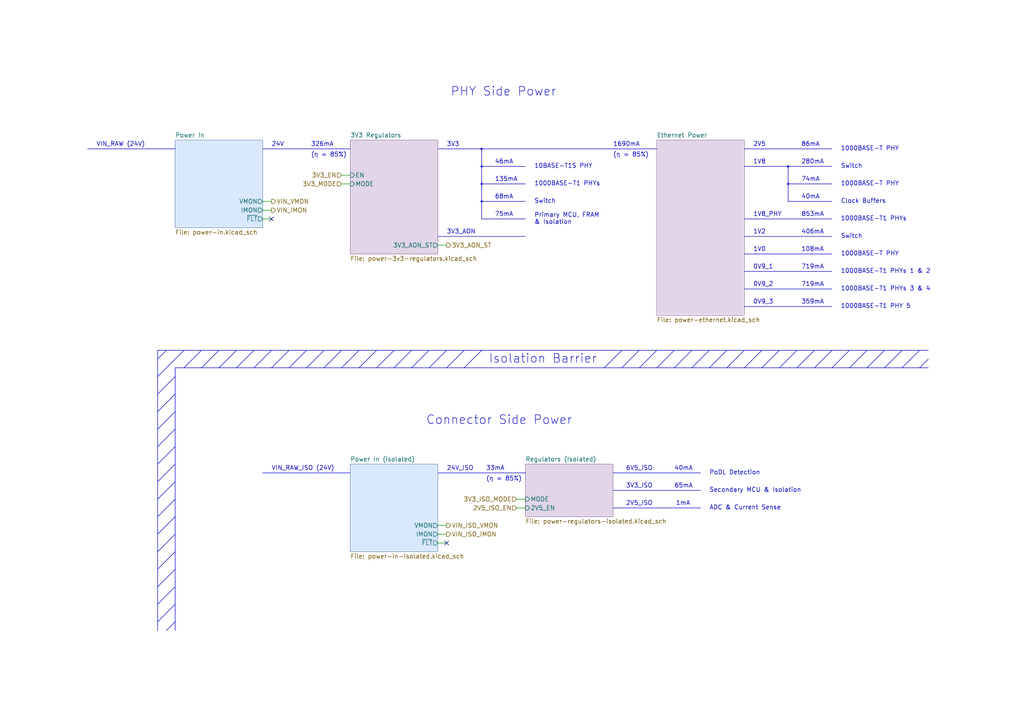
<source format=kicad_sch>
(kicad_sch
	(version 20250114)
	(generator "eeschema")
	(generator_version "9.0")
	(uuid "a5dbc0e8-35b2-4b3f-af95-8a48a572a6cf")
	(paper "A4")
	(title_block
		(title "Power")
		(comment 4 "Block diagram of the power supply scheme for both sides of the isolation barrier.")
	)
	(lib_symbols)
	(circle
		(center 228.6 53.34)
		(radius 0.254)
		(stroke
			(width 0)
			(type solid)
		)
		(fill
			(type color)
			(color 0 0 0 0)
		)
		(uuid 254e1f99-c273-4a82-bc36-0891e35c2976)
	)
	(circle
		(center 139.7 58.42)
		(radius 0.254)
		(stroke
			(width 0)
			(type solid)
		)
		(fill
			(type color)
			(color 0 0 0 0)
		)
		(uuid 37880b20-c48e-4818-ab9a-921a402915e9)
	)
	(circle
		(center 139.7 48.26)
		(radius 0.254)
		(stroke
			(width 0)
			(type solid)
		)
		(fill
			(type color)
			(color 0 0 0 0)
		)
		(uuid 5b52a593-29da-4ee1-bf26-24abdf0bb604)
	)
	(circle
		(center 139.7 53.34)
		(radius 0.254)
		(stroke
			(width 0)
			(type solid)
		)
		(fill
			(type color)
			(color 0 0 0 0)
		)
		(uuid 8476108a-e8ad-4452-bb09-23186216f4d2)
	)
	(circle
		(center 139.7 43.18)
		(radius 0.254)
		(stroke
			(width 0)
			(type solid)
		)
		(fill
			(type color)
			(color 0 0 0 0)
		)
		(uuid b3af266a-04bf-4110-9f7a-5c4ae7be3e3c)
	)
	(circle
		(center 228.6 48.26)
		(radius 0.254)
		(stroke
			(width 0)
			(type solid)
		)
		(fill
			(type color)
			(color 0 0 0 0)
		)
		(uuid c2981d2e-12c7-44cf-aa53-c2b2267aacb8)
	)
	(text "1V2"
		(exclude_from_sim no)
		(at 218.44 67.31 0)
		(effects
			(font
				(size 1.27 1.27)
			)
			(justify left)
		)
		(uuid "00a18a89-dc1a-4873-86e9-53b7fdeacf89")
	)
	(text "Primary MCU, FRAM\n& Isolation"
		(exclude_from_sim no)
		(at 154.94 63.5 0)
		(effects
			(font
				(size 1.27 1.27)
			)
			(justify left)
			(href "#8")
		)
		(uuid "00bd2731-771e-4808-bca6-a6b5147b54c5")
	)
	(text "VIN_RAW_ISO (24V)"
		(exclude_from_sim no)
		(at 78.74 135.89 0)
		(effects
			(font
				(size 1.27 1.27)
			)
			(justify left)
		)
		(uuid "03748e91-ef05-4665-a605-f63a73c1ed24")
	)
	(text "68mA"
		(exclude_from_sim no)
		(at 143.51 57.15 0)
		(effects
			(font
				(size 1.27 1.27)
			)
			(justify left)
		)
		(uuid "04c9438d-bf30-4274-8ba7-efe8beb568af")
	)
	(text "135mA"
		(exclude_from_sim no)
		(at 143.51 52.07 0)
		(effects
			(font
				(size 1.27 1.27)
			)
			(justify left)
		)
		(uuid "0960c66e-7f90-46b7-97a2-c0cb7495dbe0")
	)
	(text "VIN_RAW (24V)"
		(exclude_from_sim no)
		(at 27.94 41.91 0)
		(effects
			(font
				(size 1.27 1.27)
			)
			(justify left)
		)
		(uuid "0a7378f8-f272-4c34-894f-4f0b02d1a97e")
	)
	(text "719mA"
		(exclude_from_sim no)
		(at 232.41 77.47 0)
		(effects
			(font
				(size 1.27 1.27)
			)
			(justify left)
		)
		(uuid "0a946614-e1a6-45b4-918e-bd3d31feba34")
	)
	(text "1V0"
		(exclude_from_sim no)
		(at 218.44 72.39 0)
		(effects
			(font
				(size 1.27 1.27)
			)
			(justify left)
		)
		(uuid "0cde0227-f789-4ef3-a0af-430fa4b64183")
	)
	(text "(η = 85%)"
		(exclude_from_sim no)
		(at 140.97 139.7 0)
		(effects
			(font
				(size 1.27 1.27)
			)
			(justify left bottom)
		)
		(uuid "0dfb5673-b435-40e1-a7b0-1dd9c4f67d0a")
	)
	(text "2V5"
		(exclude_from_sim no)
		(at 218.44 41.91 0)
		(effects
			(font
				(size 1.27 1.27)
			)
			(justify left)
		)
		(uuid "0f3229f5-36aa-4f67-8a4f-0c3afd1be25c")
	)
	(text "Clock Buffers"
		(exclude_from_sim no)
		(at 243.84 58.42 0)
		(effects
			(font
				(size 1.27 1.27)
			)
			(justify left)
			(href "#12")
		)
		(uuid "10ba64cc-917e-40ae-9869-f64947bf0b43")
	)
	(text "Switch"
		(exclude_from_sim no)
		(at 154.94 58.42 0)
		(effects
			(font
				(size 1.27 1.27)
			)
			(justify left)
			(href "#9")
		)
		(uuid "1293fd66-1501-40cb-8e2d-fbb3514aefb9")
	)
	(text "40mA"
		(exclude_from_sim no)
		(at 195.58 135.89 0)
		(effects
			(font
				(size 1.27 1.27)
			)
			(justify left)
		)
		(uuid "1c6c39a2-b0b5-4d6d-a557-c480c14ba0cd")
	)
	(text "1V8"
		(exclude_from_sim no)
		(at 218.44 46.99 0)
		(effects
			(font
				(size 1.27 1.27)
			)
			(justify left)
		)
		(uuid "2231b1d6-6412-4c78-a628-fb4e8264ed57")
	)
	(text "0V9_2"
		(exclude_from_sim no)
		(at 218.44 82.55 0)
		(effects
			(font
				(size 1.27 1.27)
			)
			(justify left)
		)
		(uuid "26bd9fca-07a0-4365-bafc-9d119bf150f8")
	)
	(text "1000BASE-T PHY"
		(exclude_from_sim no)
		(at 243.84 73.66 0)
		(effects
			(font
				(size 1.27 1.27)
			)
			(justify left)
			(href "#31")
		)
		(uuid "271d0e4f-18e4-4563-a354-41a18283240e")
	)
	(text "10BASE-T1S PHY"
		(exclude_from_sim no)
		(at 154.94 48.26 0)
		(effects
			(font
				(size 1.27 1.27)
			)
			(justify left)
			(href "#16")
		)
		(uuid "2c2753d4-203e-4d2f-a031-1a15bbc48c14")
	)
	(text "3V3"
		(exclude_from_sim no)
		(at 129.54 41.91 0)
		(effects
			(font
				(size 1.27 1.27)
			)
			(justify left)
		)
		(uuid "36988b38-698f-4cd2-9b25-5bc23a22c6cd")
	)
	(text "853mA"
		(exclude_from_sim no)
		(at 232.41 62.23 0)
		(effects
			(font
				(size 1.27 1.27)
			)
			(justify left)
		)
		(uuid "377bf370-0a78-4de5-9ad2-cd1411ac7142")
	)
	(text "(η = 85%)"
		(exclude_from_sim no)
		(at 177.8 45.72 0)
		(effects
			(font
				(size 1.27 1.27)
			)
			(justify left bottom)
		)
		(uuid "387ddc8f-e1f5-402b-8d99-83aaa3ca66e4")
	)
	(text "280mA"
		(exclude_from_sim no)
		(at 232.41 46.99 0)
		(effects
			(font
				(size 1.27 1.27)
			)
			(justify left)
		)
		(uuid "3e7b7d56-b411-48b7-96ac-0404bd72ed73")
	)
	(text "24V_ISO"
		(exclude_from_sim no)
		(at 129.54 135.89 0)
		(effects
			(font
				(size 1.27 1.27)
			)
			(justify left)
		)
		(uuid "4351b5c7-bc00-45e8-84ec-5a41669a2190")
	)
	(text "33mA"
		(exclude_from_sim no)
		(at 140.97 135.89 0)
		(effects
			(font
				(size 1.27 1.27)
			)
			(justify left)
		)
		(uuid "4893daa9-492e-4043-b13e-aa705810f1cc")
	)
	(text "74mA"
		(exclude_from_sim no)
		(at 232.41 52.07 0)
		(effects
			(font
				(size 1.27 1.27)
			)
			(justify left)
		)
		(uuid "57f0d8c0-77f0-449c-af33-87b6e37be32b")
	)
	(text "1mA"
		(exclude_from_sim no)
		(at 198.12 146.05 0)
		(effects
			(font
				(size 1.27 1.27)
			)
		)
		(uuid "5c7ea2d9-be0b-45bc-bb49-a54486aeb4c5")
	)
	(text "46mA"
		(exclude_from_sim no)
		(at 143.51 46.99 0)
		(effects
			(font
				(size 1.27 1.27)
			)
			(justify left)
		)
		(uuid "5c87de94-c792-4250-aa0f-0f5b34159c4c")
	)
	(text "1000BASE-T1 PHYs"
		(exclude_from_sim no)
		(at 243.84 63.5 0)
		(effects
			(font
				(size 1.27 1.27)
			)
			(justify left)
			(href "#13")
		)
		(uuid "68d443fc-9cec-4356-9a79-2fa981a7da98")
	)
	(text "1000BASE-T1 PHYs 1 & 2"
		(exclude_from_sim no)
		(at 243.84 78.74 0)
		(effects
			(font
				(size 1.27 1.27)
			)
			(justify left)
			(href "#13")
		)
		(uuid "6c041514-db93-4fe5-a826-666ec3796d57")
	)
	(text "24V"
		(exclude_from_sim no)
		(at 78.74 41.91 0)
		(effects
			(font
				(size 1.27 1.27)
			)
			(justify left)
		)
		(uuid "6c0c026e-64b2-4621-b12d-e29a7242d78c")
	)
	(text "1000BASE-T PHY"
		(exclude_from_sim no)
		(at 243.84 53.34 0)
		(effects
			(font
				(size 1.27 1.27)
			)
			(justify left)
			(href "#11")
		)
		(uuid "6d37c54f-149d-4c8b-b600-e54ee70f325e")
	)
	(text "719mA"
		(exclude_from_sim no)
		(at 232.41 82.55 0)
		(effects
			(font
				(size 1.27 1.27)
			)
			(justify left)
		)
		(uuid "71ac4348-5ccf-4be1-8b05-e01799976d3f")
	)
	(text "Switch"
		(exclude_from_sim no)
		(at 243.84 48.26 0)
		(effects
			(font
				(size 1.27 1.27)
			)
			(justify left)
			(href "#9")
		)
		(uuid "7ef54173-860c-473b-b405-aa936d77935f")
	)
	(text "1690mA"
		(exclude_from_sim no)
		(at 177.8 41.91 0)
		(effects
			(font
				(size 1.27 1.27)
			)
			(justify left)
		)
		(uuid "863651d8-26dd-4f26-8f5e-3bbc918c145d")
	)
	(text "PHY Side Power"
		(exclude_from_sim no)
		(at 146.05 26.67 0)
		(effects
			(font
				(size 2.54 2.54)
			)
		)
		(uuid "8d8dc95c-2dfb-42cc-b8d9-e7c26a266a1d")
	)
	(text "326mA"
		(exclude_from_sim no)
		(at 90.17 41.91 0)
		(effects
			(font
				(size 1.27 1.27)
			)
			(justify left)
		)
		(uuid "929556d0-c5f8-477d-82c3-c0094f8562d8")
	)
	(text "1V8_PHY"
		(exclude_from_sim no)
		(at 218.44 62.23 0)
		(effects
			(font
				(size 1.27 1.27)
			)
			(justify left)
		)
		(uuid "9d6fefa1-0baf-4730-b504-a88d51ad3013")
	)
	(text "1000BASE-T1 PHY 5"
		(exclude_from_sim no)
		(at 243.84 88.9 0)
		(effects
			(font
				(size 1.27 1.27)
			)
			(justify left)
			(href "#13")
		)
		(uuid "a1785b9f-8505-4ee2-ac3a-80e077a867d9")
	)
	(text "(η = 85%)"
		(exclude_from_sim no)
		(at 90.17 45.72 0)
		(effects
			(font
				(size 1.27 1.27)
			)
			(justify left bottom)
		)
		(uuid "a3196fa5-8deb-4370-876c-8b41b2d12b2e")
	)
	(text "6V5_ISO"
		(exclude_from_sim no)
		(at 185.42 135.89 0)
		(effects
			(font
				(size 1.27 1.27)
			)
		)
		(uuid "a69d193f-4569-44c5-9924-83cafb527415")
	)
	(text "359mA"
		(exclude_from_sim no)
		(at 232.41 87.63 0)
		(effects
			(font
				(size 1.27 1.27)
			)
			(justify left)
		)
		(uuid "ac90c949-8242-48f4-91d4-31c5b6a8a803")
	)
	(text "Isolation Barrier"
		(exclude_from_sim no)
		(at 157.48 104.14 0)
		(effects
			(font
				(size 2.54 2.54)
			)
		)
		(uuid "ad9458a2-f174-4c97-a10d-6406407f37d8")
	)
	(text "1000BASE-T PHY"
		(exclude_from_sim no)
		(at 243.84 43.18 0)
		(effects
			(font
				(size 1.27 1.27)
			)
			(justify left)
			(href "#31")
		)
		(uuid "b2ee89c3-ab60-4242-a4f2-4f3daf01cd15")
	)
	(text "PoDL Detection"
		(exclude_from_sim no)
		(at 205.74 137.16 0)
		(effects
			(font
				(size 1.27 1.27)
			)
			(justify left)
			(href "#22")
		)
		(uuid "b6139e4d-642c-4766-b949-00e659c24e47")
	)
	(text "2V5_ISO"
		(exclude_from_sim no)
		(at 185.42 146.05 0)
		(effects
			(font
				(size 1.27 1.27)
			)
		)
		(uuid "b77a8213-dd74-4e58-a2b8-3ad5e5f93f83")
	)
	(text "Switch"
		(exclude_from_sim no)
		(at 243.84 68.58 0)
		(effects
			(font
				(size 1.27 1.27)
			)
			(justify left)
			(href "#9")
		)
		(uuid "b848f3fd-759b-4793-b3e5-d037f3d658a5")
	)
	(text "Connector Side Power"
		(exclude_from_sim no)
		(at 144.78 121.92 0)
		(effects
			(font
				(size 2.54 2.54)
			)
		)
		(uuid "b8bb745e-ead6-4b99-8efd-a206101f264b")
	)
	(text "1000BASE-T1 PHYs"
		(exclude_from_sim no)
		(at 154.94 53.34 0)
		(effects
			(font
				(size 1.27 1.27)
			)
			(justify left)
			(href "#13")
		)
		(uuid "ba08ee6f-06b5-430a-aba9-a37545545abe")
	)
	(text "406mA"
		(exclude_from_sim no)
		(at 232.41 67.31 0)
		(effects
			(font
				(size 1.27 1.27)
			)
			(justify left)
		)
		(uuid "befd126d-fe4d-4689-a38b-2dbcaeff9344")
	)
	(text "75mA"
		(exclude_from_sim no)
		(at 143.51 62.23 0)
		(effects
			(font
				(size 1.27 1.27)
			)
			(justify left)
		)
		(uuid "c898b654-2cbc-4e5d-a2e9-9691c0f8b358")
	)
	(text "Secondary MCU & Isolation"
		(exclude_from_sim no)
		(at 205.74 142.24 0)
		(effects
			(font
				(size 1.27 1.27)
			)
			(justify left)
			(href "#26")
		)
		(uuid "c8fb48c0-cb71-4485-ab49-f8204f91da2f")
	)
	(text "65mA"
		(exclude_from_sim no)
		(at 195.58 140.97 0)
		(effects
			(font
				(size 1.27 1.27)
			)
			(justify left)
		)
		(uuid "cf5056ee-cb59-491d-aab6-dea17adb345b")
	)
	(text "ADC & Current Sense"
		(exclude_from_sim no)
		(at 205.74 147.32 0)
		(effects
			(font
				(size 1.27 1.27)
			)
			(justify left)
			(href "#26")
		)
		(uuid "d269f3ad-1906-443b-9f59-d004d12713f5")
	)
	(text "3V3_AON"
		(exclude_from_sim no)
		(at 129.54 67.31 0)
		(effects
			(font
				(size 1.27 1.27)
			)
			(justify left)
		)
		(uuid "d2fd49bc-07d8-43f5-b487-d5e43e82b373")
	)
	(text "40mA"
		(exclude_from_sim no)
		(at 232.41 57.15 0)
		(effects
			(font
				(size 1.27 1.27)
			)
			(justify left)
		)
		(uuid "dc60b5d7-b337-456b-a378-5c26c23fbf5f")
	)
	(text "108mA"
		(exclude_from_sim no)
		(at 232.41 72.39 0)
		(effects
			(font
				(size 1.27 1.27)
			)
			(justify left)
		)
		(uuid "dcbb6680-3b2c-4e55-9068-5df4ec570fcd")
	)
	(text "0V9_1"
		(exclude_from_sim no)
		(at 218.44 77.47 0)
		(effects
			(font
				(size 1.27 1.27)
			)
			(justify left)
		)
		(uuid "e23412ba-cd59-4fe4-9881-f70355393fee")
	)
	(text "1000BASE-T1 PHYs 3 & 4"
		(exclude_from_sim no)
		(at 243.84 83.82 0)
		(effects
			(font
				(size 1.27 1.27)
			)
			(justify left)
			(href "#13")
		)
		(uuid "e3b8f42c-a686-49b3-855b-2987b24df40a")
	)
	(text "86mA"
		(exclude_from_sim no)
		(at 232.41 41.91 0)
		(effects
			(font
				(size 1.27 1.27)
			)
			(justify left)
		)
		(uuid "f3e9df84-d7f9-4844-8ede-63a01e185fa3")
	)
	(text "0V9_3"
		(exclude_from_sim no)
		(at 218.44 87.63 0)
		(effects
			(font
				(size 1.27 1.27)
			)
			(justify left)
		)
		(uuid "f7501f20-7ad3-414f-91f2-71540f1a6716")
	)
	(text "3V3_ISO"
		(exclude_from_sim no)
		(at 185.42 140.97 0)
		(effects
			(font
				(size 1.27 1.27)
			)
		)
		(uuid "f9b14070-8fb5-46e4-ae82-cfcd82d0980d")
	)
	(no_connect
		(at 78.74 63.5)
		(uuid "186746c4-9408-44c1-b8da-207fb0e30b38")
	)
	(no_connect
		(at 129.54 157.48)
		(uuid "d413de82-e2f4-4fdb-a022-6ce2c801cdc8")
	)
	(wire
		(pts
			(xy 76.2 60.96) (xy 78.74 60.96)
		)
		(stroke
			(width 0)
			(type default)
		)
		(uuid "030a7c8b-3547-4452-af7a-50d84f42dda2")
	)
	(polyline
		(pts
			(xy 220.98 106.68) (xy 226.06 101.6)
		)
		(stroke
			(width 0)
			(type default)
		)
		(uuid "03f3e5b9-a809-467f-b290-d558e687c35e")
	)
	(polyline
		(pts
			(xy 269.24 106.68) (xy 50.8 106.68)
		)
		(stroke
			(width 0)
			(type default)
		)
		(uuid "0877cab2-3923-4d0e-b856-bb05b38e1026")
	)
	(polyline
		(pts
			(xy 50.8 106.68) (xy 50.8 182.88)
		)
		(stroke
			(width 0)
			(type default)
		)
		(uuid "0b41d8fd-c6fc-4ff9-92c7-06b284c8f25b")
	)
	(polyline
		(pts
			(xy 269.24 101.6) (xy 45.72 101.6)
		)
		(stroke
			(width 0)
			(type default)
		)
		(uuid "0d39160c-ed6d-4223-b2ed-9e9aac28feba")
	)
	(polyline
		(pts
			(xy 177.8 137.16) (xy 203.2 137.16)
		)
		(stroke
			(width 0)
			(type default)
		)
		(uuid "0eb798c2-0993-403b-96c2-efa5522aa4c4")
	)
	(polyline
		(pts
			(xy 228.6 58.42) (xy 241.3 58.42)
		)
		(stroke
			(width 0)
			(type default)
		)
		(uuid "11a1d2b4-5097-466b-8fff-acf7655467d6")
	)
	(polyline
		(pts
			(xy 76.2 43.18) (xy 101.6 43.18)
		)
		(stroke
			(width 0)
			(type default)
		)
		(uuid "1872a503-2ff7-45b0-9e01-a8fc2221d580")
	)
	(polyline
		(pts
			(xy 45.72 180.34) (xy 50.8 175.26)
		)
		(stroke
			(width 0)
			(type default)
		)
		(uuid "1ee65675-e29a-4756-aa72-63bc62b9f461")
	)
	(polyline
		(pts
			(xy 25.4 43.18) (xy 50.8 43.18)
		)
		(stroke
			(width 0)
			(type default)
		)
		(uuid "2112e838-dd79-4f5f-8a17-3f81f1a434c0")
	)
	(polyline
		(pts
			(xy 63.5 106.68) (xy 68.58 101.6)
		)
		(stroke
			(width 0)
			(type default)
		)
		(uuid "219f6f81-3017-4a51-8fc6-3b592dc18e81")
	)
	(polyline
		(pts
			(xy 104.14 106.68) (xy 109.22 101.6)
		)
		(stroke
			(width 0)
			(type default)
		)
		(uuid "21c0dec3-7369-4578-bcab-c639977e0ca5")
	)
	(polyline
		(pts
			(xy 45.72 170.18) (xy 50.8 165.1)
		)
		(stroke
			(width 0)
			(type default)
		)
		(uuid "2409f6a1-38ed-4e2a-9eb4-97147aa1fa18")
	)
	(polyline
		(pts
			(xy 45.72 149.86) (xy 50.8 144.78)
		)
		(stroke
			(width 0)
			(type default)
		)
		(uuid "2485c348-b493-45dd-83b2-78bca532aa24")
	)
	(polyline
		(pts
			(xy 139.7 53.34) (xy 139.7 58.42)
		)
		(stroke
			(width 0)
			(type default)
		)
		(uuid "2665d11a-1899-47ec-bf6a-9a41b58870b5")
	)
	(polyline
		(pts
			(xy 68.58 106.68) (xy 73.66 101.6)
		)
		(stroke
			(width 0)
			(type default)
		)
		(uuid "27a0cb94-2615-4485-bb53-1b75b08f6cb3")
	)
	(polyline
		(pts
			(xy 139.7 48.26) (xy 139.7 53.34)
		)
		(stroke
			(width 0)
			(type default)
		)
		(uuid "2c797bb9-b397-450a-bb4c-985396e09dfb")
	)
	(polyline
		(pts
			(xy 45.72 124.46) (xy 50.8 119.38)
		)
		(stroke
			(width 0)
			(type default)
		)
		(uuid "308533b8-afd7-432b-96ee-af3a8472a6f8")
	)
	(wire
		(pts
			(xy 99.06 50.8) (xy 101.6 50.8)
		)
		(stroke
			(width 0)
			(type default)
		)
		(uuid "3093ead3-7f59-4a03-8e0f-20eefbc1119c")
	)
	(polyline
		(pts
			(xy 236.22 106.68) (xy 241.3 101.6)
		)
		(stroke
			(width 0)
			(type default)
		)
		(uuid "348878df-cbda-4e0b-ae73-2e9644eb4f43")
	)
	(polyline
		(pts
			(xy 205.74 106.68) (xy 210.82 101.6)
		)
		(stroke
			(width 0)
			(type default)
		)
		(uuid "3d809996-9c23-4f31-a3a9-43fbfc67b308")
	)
	(polyline
		(pts
			(xy 215.9 83.82) (xy 241.3 83.82)
		)
		(stroke
			(width 0)
			(type default)
		)
		(uuid "3fc015a1-91a3-4207-9898-e90c229d9bab")
	)
	(polyline
		(pts
			(xy 48.26 182.88) (xy 50.8 180.34)
		)
		(stroke
			(width 0)
			(type default)
		)
		(uuid "40580ace-e26e-47a4-9290-f764767a741e")
	)
	(polyline
		(pts
			(xy 226.06 106.68) (xy 231.14 101.6)
		)
		(stroke
			(width 0)
			(type default)
		)
		(uuid "411a84d3-1981-419e-8ea1-7e93c23cfd93")
	)
	(polyline
		(pts
			(xy 73.66 106.68) (xy 78.74 101.6)
		)
		(stroke
			(width 0)
			(type default)
		)
		(uuid "416dcb12-9449-4042-8ff0-41e7f4296598")
	)
	(polyline
		(pts
			(xy 228.6 53.34) (xy 241.3 53.34)
		)
		(stroke
			(width 0)
			(type default)
		)
		(uuid "43b76f4d-9525-42b9-bac4-7adde44f20b7")
	)
	(polyline
		(pts
			(xy 215.9 63.5) (xy 241.3 63.5)
		)
		(stroke
			(width 0)
			(type default)
		)
		(uuid "483f6727-6f39-4998-84b6-74d58c1018f0")
	)
	(polyline
		(pts
			(xy 88.9 106.68) (xy 93.98 101.6)
		)
		(stroke
			(width 0)
			(type default)
		)
		(uuid "49daf64b-5853-4c45-9ebf-9d7b3c67cf07")
	)
	(polyline
		(pts
			(xy 210.82 106.68) (xy 215.9 101.6)
		)
		(stroke
			(width 0)
			(type default)
		)
		(uuid "4a71b9ae-f07d-498b-9f4a-19e69b8a879f")
	)
	(polyline
		(pts
			(xy 99.06 106.68) (xy 104.14 101.6)
		)
		(stroke
			(width 0)
			(type default)
		)
		(uuid "4d32b827-d5ce-431b-8747-e66ec276e282")
	)
	(polyline
		(pts
			(xy 266.7 106.68) (xy 269.24 104.14)
		)
		(stroke
			(width 0)
			(type default)
		)
		(uuid "4fbf8c6e-0370-4f30-98ed-b3a17338159a")
	)
	(polyline
		(pts
			(xy 177.8 142.24) (xy 203.2 142.24)
		)
		(stroke
			(width 0)
			(type default)
		)
		(uuid "54e87a2e-c484-43e8-a5ec-6f9ea8ef6eb9")
	)
	(polyline
		(pts
			(xy 261.62 106.68) (xy 266.7 101.6)
		)
		(stroke
			(width 0)
			(type default)
		)
		(uuid "55876755-9a1f-4124-b43c-2fa85f7c2c15")
	)
	(polyline
		(pts
			(xy 45.72 165.1) (xy 50.8 160.02)
		)
		(stroke
			(width 0)
			(type default)
		)
		(uuid "5814aeeb-31a4-4f09-835f-5d0147ed698a")
	)
	(polyline
		(pts
			(xy 200.66 106.68) (xy 205.74 101.6)
		)
		(stroke
			(width 0)
			(type default)
		)
		(uuid "585cb940-52e5-4003-916a-c6d693323321")
	)
	(polyline
		(pts
			(xy 246.38 106.68) (xy 251.46 101.6)
		)
		(stroke
			(width 0)
			(type default)
		)
		(uuid "5e1d165a-529c-4863-a7fb-007fd02f8e89")
	)
	(polyline
		(pts
			(xy 175.26 106.68) (xy 180.34 101.6)
		)
		(stroke
			(width 0)
			(type default)
		)
		(uuid "5f987fc4-eb28-4b7e-b039-efee33d8d1f8")
	)
	(polyline
		(pts
			(xy 45.72 160.02) (xy 50.8 154.94)
		)
		(stroke
			(width 0)
			(type default)
		)
		(uuid "60d667da-e60c-446c-b48d-488eb3938b00")
	)
	(polyline
		(pts
			(xy 215.9 43.18) (xy 241.3 43.18)
		)
		(stroke
			(width 0)
			(type default)
		)
		(uuid "61fa7bd3-b671-4fac-9333-028d6ecbca2e")
	)
	(polyline
		(pts
			(xy 119.38 106.68) (xy 124.46 101.6)
		)
		(stroke
			(width 0)
			(type default)
		)
		(uuid "62691fe4-7253-4525-80f0-ff829338e995")
	)
	(wire
		(pts
			(xy 127 71.12) (xy 129.54 71.12)
		)
		(stroke
			(width 0)
			(type default)
		)
		(uuid "656e36d7-b77d-4613-85cc-c4846f8fb148")
	)
	(polyline
		(pts
			(xy 139.7 48.26) (xy 152.4 48.26)
		)
		(stroke
			(width 0)
			(type default)
		)
		(uuid "67dc7bce-fee6-404e-b4ca-e6c2770c23e8")
	)
	(polyline
		(pts
			(xy 45.72 109.22) (xy 53.34 101.6)
		)
		(stroke
			(width 0)
			(type default)
		)
		(uuid "6deb975b-d828-48f6-8c4e-25b15868f040")
	)
	(polyline
		(pts
			(xy 215.9 88.9) (xy 241.3 88.9)
		)
		(stroke
			(width 0)
			(type default)
		)
		(uuid "6e483aed-6c55-489b-a349-c5576331ef65")
	)
	(polyline
		(pts
			(xy 231.14 106.68) (xy 236.22 101.6)
		)
		(stroke
			(width 0)
			(type default)
		)
		(uuid "71de97b1-a3b8-4ba6-9ca8-8bbd153554b1")
	)
	(polyline
		(pts
			(xy 58.42 106.68) (xy 63.5 101.6)
		)
		(stroke
			(width 0)
			(type default)
		)
		(uuid "749e697f-c0f8-43fc-ac6f-25b869b8a719")
	)
	(polyline
		(pts
			(xy 124.46 106.68) (xy 129.54 101.6)
		)
		(stroke
			(width 0)
			(type default)
		)
		(uuid "7d0ad5f9-5593-4213-9fa0-1809811545fc")
	)
	(polyline
		(pts
			(xy 53.34 106.68) (xy 58.42 101.6)
		)
		(stroke
			(width 0)
			(type default)
		)
		(uuid "7d4b879c-21de-4427-b759-54dc2b489270")
	)
	(polyline
		(pts
			(xy 78.74 106.68) (xy 83.82 101.6)
		)
		(stroke
			(width 0)
			(type default)
		)
		(uuid "7e39c795-2056-4c9d-ae1b-84f0d08ebcf6")
	)
	(polyline
		(pts
			(xy 129.54 106.68) (xy 134.62 101.6)
		)
		(stroke
			(width 0)
			(type default)
		)
		(uuid "81906d00-5d6b-4e5b-b013-86c7df48ccb6")
	)
	(polyline
		(pts
			(xy 93.98 106.68) (xy 99.06 101.6)
		)
		(stroke
			(width 0)
			(type default)
		)
		(uuid "8204adaa-cff4-46dd-bef3-51d443068ebb")
	)
	(polyline
		(pts
			(xy 45.72 114.3) (xy 50.8 109.22)
		)
		(stroke
			(width 0)
			(type default)
		)
		(uuid "82df3259-74b3-49e2-bae8-4a87f51149ad")
	)
	(polyline
		(pts
			(xy 139.7 43.18) (xy 139.7 48.26)
		)
		(stroke
			(width 0)
			(type default)
		)
		(uuid "849f040e-1d94-4117-94bb-5b7e44b1c6e7")
	)
	(polyline
		(pts
			(xy 190.5 106.68) (xy 195.58 101.6)
		)
		(stroke
			(width 0)
			(type default)
		)
		(uuid "8739b2d9-f6ef-4343-b06b-e9ff35639def")
	)
	(polyline
		(pts
			(xy 45.72 129.54) (xy 50.8 124.46)
		)
		(stroke
			(width 0)
			(type default)
		)
		(uuid "8ae53022-9367-4a6c-a63b-c1a0227bdadf")
	)
	(polyline
		(pts
			(xy 114.3 106.68) (xy 119.38 101.6)
		)
		(stroke
			(width 0)
			(type default)
		)
		(uuid "8e3d22f0-3745-4fa0-ab26-409f17d7e0fe")
	)
	(polyline
		(pts
			(xy 45.72 154.94) (xy 50.8 149.86)
		)
		(stroke
			(width 0)
			(type default)
		)
		(uuid "929e530d-5f07-4f5e-addb-2ca1a3573c60")
	)
	(polyline
		(pts
			(xy 127 43.18) (xy 190.5 43.18)
		)
		(stroke
			(width 0)
			(type default)
		)
		(uuid "9328c094-517d-4eb4-b5c3-ec1fa3967622")
	)
	(polyline
		(pts
			(xy 45.72 175.26) (xy 50.8 170.18)
		)
		(stroke
			(width 0)
			(type default)
		)
		(uuid "936cd0b8-9088-48d8-b5e7-92f1b6841de4")
	)
	(polyline
		(pts
			(xy 83.82 106.68) (xy 88.9 101.6)
		)
		(stroke
			(width 0)
			(type default)
		)
		(uuid "93cc3fc7-a1e0-47d2-aa62-510e35ff038d")
	)
	(polyline
		(pts
			(xy 139.7 58.42) (xy 152.4 58.42)
		)
		(stroke
			(width 0)
			(type default)
		)
		(uuid "97fb6c68-564f-42f0-9f82-929bf342fd43")
	)
	(wire
		(pts
			(xy 76.2 58.42) (xy 78.74 58.42)
		)
		(stroke
			(width 0)
			(type default)
		)
		(uuid "9f6b6b3e-36d0-4c4a-94d2-5d6746c6c9c7")
	)
	(polyline
		(pts
			(xy 139.7 53.34) (xy 152.4 53.34)
		)
		(stroke
			(width 0)
			(type default)
		)
		(uuid "a2761885-5587-4e3e-b830-6458c486797f")
	)
	(polyline
		(pts
			(xy 127 68.58) (xy 152.4 68.58)
		)
		(stroke
			(width 0)
			(type default)
		)
		(uuid "a9b564da-9cee-43e1-a37e-4bd96b755fe7")
	)
	(polyline
		(pts
			(xy 45.72 139.7) (xy 50.8 134.62)
		)
		(stroke
			(width 0)
			(type default)
		)
		(uuid "ac9f4ee0-8228-4824-aedf-a0ee9d80671f")
	)
	(wire
		(pts
			(xy 99.06 53.34) (xy 101.6 53.34)
		)
		(stroke
			(width 0)
			(type default)
		)
		(uuid "af31646d-0e1b-4236-9ae0-19b04354cdda")
	)
	(polyline
		(pts
			(xy 215.9 73.66) (xy 241.3 73.66)
		)
		(stroke
			(width 0)
			(type default)
		)
		(uuid "af515b8d-865a-499a-b02e-8bbe1704be63")
	)
	(polyline
		(pts
			(xy 76.2 137.16) (xy 101.6 137.16)
		)
		(stroke
			(width 0)
			(type default)
		)
		(uuid "b604a23d-43a7-4286-89e8-aa6b7c09e130")
	)
	(wire
		(pts
			(xy 127 152.4) (xy 129.54 152.4)
		)
		(stroke
			(width 0)
			(type default)
		)
		(uuid "bf77499f-e4ea-46bb-85a6-6ae3a49fa42b")
	)
	(polyline
		(pts
			(xy 228.6 48.26) (xy 228.6 53.34)
		)
		(stroke
			(width 0)
			(type default)
		)
		(uuid "c4ee999f-019f-4fa8-991e-75a7c2586b44")
	)
	(polyline
		(pts
			(xy 241.3 106.68) (xy 246.38 101.6)
		)
		(stroke
			(width 0)
			(type default)
		)
		(uuid "c93bf615-e2f5-4ffd-8cb3-6514f1772d3a")
	)
	(polyline
		(pts
			(xy 45.72 101.6) (xy 45.72 182.88)
		)
		(stroke
			(width 0)
			(type default)
		)
		(uuid "ccc0936f-a104-4e66-baf0-06b3792c2954")
	)
	(polyline
		(pts
			(xy 177.8 147.32) (xy 203.2 147.32)
		)
		(stroke
			(width 0)
			(type default)
		)
		(uuid "cd7b557e-3b62-4e3e-8492-9fb03dd536aa")
	)
	(polyline
		(pts
			(xy 215.9 78.74) (xy 241.3 78.74)
		)
		(stroke
			(width 0)
			(type default)
		)
		(uuid "d3e44fa0-0d34-4400-b106-0d8aad591e8a")
	)
	(polyline
		(pts
			(xy 127 137.16) (xy 152.4 137.16)
		)
		(stroke
			(width 0)
			(type default)
		)
		(uuid "d5cd3c62-74f7-4a68-a54d-bee9c5df4a70")
	)
	(polyline
		(pts
			(xy 45.72 104.14) (xy 48.26 101.6)
		)
		(stroke
			(width 0)
			(type default)
		)
		(uuid "da5a174b-ae44-4038-9cfa-6c1f5ff36a4c")
	)
	(polyline
		(pts
			(xy 109.22 106.68) (xy 114.3 101.6)
		)
		(stroke
			(width 0)
			(type default)
		)
		(uuid "de062d1b-f3a2-4a39-8fa9-cd7723bec6c4")
	)
	(polyline
		(pts
			(xy 134.62 106.68) (xy 139.7 101.6)
		)
		(stroke
			(width 0)
			(type default)
		)
		(uuid "e0867f68-298c-4208-ad0a-ada57cdcfb1d")
	)
	(polyline
		(pts
			(xy 45.72 144.78) (xy 50.8 139.7)
		)
		(stroke
			(width 0)
			(type default)
		)
		(uuid "e0cf82c3-6553-4b94-b5b5-a5cbc246b66f")
	)
	(polyline
		(pts
			(xy 185.42 106.68) (xy 190.5 101.6)
		)
		(stroke
			(width 0)
			(type default)
		)
		(uuid "e1483958-6fdf-4119-a889-48095a32259c")
	)
	(polyline
		(pts
			(xy 215.9 68.58) (xy 241.3 68.58)
		)
		(stroke
			(width 0)
			(type default)
		)
		(uuid "e2159e0e-88e5-4d75-950c-ca8e81fbf285")
	)
	(polyline
		(pts
			(xy 215.9 106.68) (xy 220.98 101.6)
		)
		(stroke
			(width 0)
			(type default)
		)
		(uuid "e5a8ae35-43cf-4938-a2fe-b6609ed6021e")
	)
	(polyline
		(pts
			(xy 228.6 53.34) (xy 228.6 58.42)
		)
		(stroke
			(width 0)
			(type default)
		)
		(uuid "e76cdf2e-d149-4bea-96fb-4c207a6037d3")
	)
	(wire
		(pts
			(xy 149.86 147.32) (xy 152.4 147.32)
		)
		(stroke
			(width 0)
			(type default)
		)
		(uuid "e7b53dc6-ca3f-4062-af6b-e4d88ad6995e")
	)
	(polyline
		(pts
			(xy 139.7 63.5) (xy 152.4 63.5)
		)
		(stroke
			(width 0)
			(type default)
		)
		(uuid "edd1f13c-ad37-4c06-9807-a16987b98447")
	)
	(polyline
		(pts
			(xy 45.72 119.38) (xy 50.8 114.3)
		)
		(stroke
			(width 0)
			(type default)
		)
		(uuid "eefa8a37-de93-4113-a4b3-99f7ad0601d4")
	)
	(polyline
		(pts
			(xy 215.9 48.26) (xy 241.3 48.26)
		)
		(stroke
			(width 0)
			(type default)
		)
		(uuid "ef2ff5ef-2061-4faf-bfd1-82e179f79b0a")
	)
	(polyline
		(pts
			(xy 256.54 106.68) (xy 261.62 101.6)
		)
		(stroke
			(width 0)
			(type default)
		)
		(uuid "f0205447-a9a9-4da9-ab37-3d4efe27a08a")
	)
	(polyline
		(pts
			(xy 139.7 58.42) (xy 139.7 63.5)
		)
		(stroke
			(width 0)
			(type default)
		)
		(uuid "f25952b4-0e0f-41ae-844a-2bcf056bf6be")
	)
	(polyline
		(pts
			(xy 45.72 134.62) (xy 50.8 129.54)
		)
		(stroke
			(width 0)
			(type default)
		)
		(uuid "f269fd56-e15f-482b-ba07-030a31680329")
	)
	(polyline
		(pts
			(xy 251.46 106.68) (xy 256.54 101.6)
		)
		(stroke
			(width 0)
			(type default)
		)
		(uuid "f296aabc-211c-40e0-ada6-e90fb2bdb0c8")
	)
	(wire
		(pts
			(xy 76.2 63.5) (xy 78.74 63.5)
		)
		(stroke
			(width 0)
			(type default)
		)
		(uuid "f49b3848-0d1a-4d20-b847-5af5b515b73e")
	)
	(wire
		(pts
			(xy 149.86 144.78) (xy 152.4 144.78)
		)
		(stroke
			(width 0)
			(type default)
		)
		(uuid "f4ca9a4c-0530-4adb-a45f-56a1eb515194")
	)
	(polyline
		(pts
			(xy 180.34 106.68) (xy 185.42 101.6)
		)
		(stroke
			(width 0)
			(type default)
		)
		(uuid "f5a91e3f-77ec-49b5-a40d-36e13729b986")
	)
	(wire
		(pts
			(xy 127 154.94) (xy 129.54 154.94)
		)
		(stroke
			(width 0)
			(type default)
		)
		(uuid "f641ea67-c6c5-42e1-ae29-923c7bab1a04")
	)
	(polyline
		(pts
			(xy 195.58 106.68) (xy 200.66 101.6)
		)
		(stroke
			(width 0)
			(type default)
		)
		(uuid "f80df0db-0acf-4543-9b3b-f565026642ee")
	)
	(wire
		(pts
			(xy 127 157.48) (xy 129.54 157.48)
		)
		(stroke
			(width 0)
			(type default)
		)
		(uuid "ffe1417e-276c-47f6-983e-0652eb05cf29")
	)
	(hierarchical_label "VIN_VMON"
		(shape output)
		(at 78.74 58.42 0)
		(effects
			(font
				(size 1.27 1.27)
			)
			(justify left)
		)
		(uuid "138783f8-e140-4bc6-a5b6-eb91cc80aa03")
	)
	(hierarchical_label "3V3_MODE"
		(shape input)
		(at 99.06 53.34 180)
		(effects
			(font
				(size 1.27 1.27)
			)
			(justify right)
		)
		(uuid "234767c8-d3de-414d-93fe-8e08432cf1e6")
	)
	(hierarchical_label "2V5_ISO_EN"
		(shape input)
		(at 149.86 147.32 180)
		(effects
			(font
				(size 1.27 1.27)
			)
			(justify right)
		)
		(uuid "4d2a071c-329c-4ce0-bf0f-026d3abd350f")
	)
	(hierarchical_label "3V3_AON_ST"
		(shape output)
		(at 129.54 71.12 0)
		(effects
			(font
				(size 1.27 1.27)
			)
			(justify left)
		)
		(uuid "7299112a-ded8-4bab-a776-c01aef4a8a61")
	)
	(hierarchical_label "VIN_ISO_VMON"
		(shape output)
		(at 129.54 152.4 0)
		(effects
			(font
				(size 1.27 1.27)
			)
			(justify left)
		)
		(uuid "7ff41782-3133-41f7-a2c8-9e0002da28bb")
	)
	(hierarchical_label "VIN_ISO_IMON"
		(shape output)
		(at 129.54 154.94 0)
		(effects
			(font
				(size 1.27 1.27)
			)
			(justify left)
		)
		(uuid "a0a28575-7ed5-488c-a86f-f802bd286196")
	)
	(hierarchical_label "3V3_ISO_MODE"
		(shape input)
		(at 149.86 144.78 180)
		(effects
			(font
				(size 1.27 1.27)
			)
			(justify right)
		)
		(uuid "a5bdf924-e950-4478-b2e5-415967715a64")
	)
	(hierarchical_label "3V3_EN"
		(shape input)
		(at 99.06 50.8 180)
		(effects
			(font
				(size 1.27 1.27)
			)
			(justify right)
		)
		(uuid "eb3ad9e7-7f06-4097-8c7a-21b855ebeb99")
	)
	(hierarchical_label "VIN_IMON"
		(shape output)
		(at 78.74 60.96 0)
		(effects
			(font
				(size 1.27 1.27)
			)
			(justify left)
		)
		(uuid "fa8e8374-abb9-4b2b-9316-128d7c943f9f")
	)
	(sheet
		(at 152.4 134.62)
		(size 25.4 15.24)
		(exclude_from_sim no)
		(in_bom yes)
		(on_board yes)
		(dnp no)
		(fields_autoplaced yes)
		(stroke
			(width 0.1524)
			(type solid)
			(color 150 115 166 1)
		)
		(fill
			(color 225 213 231 1.0000)
		)
		(uuid "24f4c79d-cdce-4a41-912b-1523d0b9fc64")
		(property "Sheetname" "Regulators (Isolated)"
			(at 152.4 133.9084 0)
			(effects
				(font
					(size 1.27 1.27)
				)
				(justify left bottom)
			)
		)
		(property "Sheetfile" "power-regulators-isolated.kicad_sch"
			(at 152.4 150.4446 0)
			(effects
				(font
					(size 1.27 1.27)
				)
				(justify left top)
			)
		)
		(pin "2V5_EN" input
			(at 152.4 147.32 180)
			(uuid "f0448d0c-6665-4304-95c9-b186017c98cb")
			(effects
				(font
					(size 1.27 1.27)
				)
				(justify left)
			)
		)
		(pin "MODE" input
			(at 152.4 144.78 180)
			(uuid "02a2b4be-af24-42bc-af9a-95426b34b23d")
			(effects
				(font
					(size 1.27 1.27)
				)
				(justify left)
			)
		)
		(instances
			(project "switch_main_v5"
				(path "/a5e57332-4284-4d3c-ab3c-13bc0ddb29b6/b1ff42f5-7cae-489e-9f8e-588cc93f3151"
					(page "7")
				)
			)
		)
	)
	(sheet
		(at 101.6 40.64)
		(size 25.4 33.02)
		(exclude_from_sim no)
		(in_bom yes)
		(on_board yes)
		(dnp no)
		(fields_autoplaced yes)
		(stroke
			(width 0.1524)
			(type solid)
			(color 150 115 166 1)
		)
		(fill
			(color 225 213 231 1.0000)
		)
		(uuid "3215d643-ce31-476b-aa01-9096c7ce3dfb")
		(property "Sheetname" "3V3 Regulators"
			(at 101.6 39.9284 0)
			(effects
				(font
					(size 1.27 1.27)
				)
				(justify left bottom)
			)
		)
		(property "Sheetfile" "power-3v3-regulators.kicad_sch"
			(at 101.6 74.2446 0)
			(effects
				(font
					(size 1.27 1.27)
				)
				(justify left top)
			)
		)
		(pin "3V3_AON_ST" output
			(at 127 71.12 0)
			(uuid "0f3e0b37-6e40-4b70-aec3-4191d167b211")
			(effects
				(font
					(size 1.27 1.27)
				)
				(justify right)
			)
		)
		(pin "EN" input
			(at 101.6 50.8 180)
			(uuid "cdc003f3-bf61-437b-9e53-6e9547f4f0a7")
			(effects
				(font
					(size 1.27 1.27)
				)
				(justify left)
			)
		)
		(pin "MODE" input
			(at 101.6 53.34 180)
			(uuid "ab67c8f6-7771-437e-874c-ff8ae3b014ea")
			(effects
				(font
					(size 1.27 1.27)
				)
				(justify left)
			)
		)
		(instances
			(project "switch_main_v5"
				(path "/a5e57332-4284-4d3c-ab3c-13bc0ddb29b6/b1ff42f5-7cae-489e-9f8e-588cc93f3151"
					(page "4")
				)
			)
		)
	)
	(sheet
		(at 50.8 40.64)
		(size 25.4 25.4)
		(exclude_from_sim no)
		(in_bom yes)
		(on_board yes)
		(dnp no)
		(fields_autoplaced yes)
		(stroke
			(width 0.1524)
			(type solid)
			(color 108 142 191 1)
		)
		(fill
			(color 218 232 252 1.0000)
		)
		(uuid "7660ee4b-63c9-4370-ad91-90cac1411452")
		(property "Sheetname" "Power In"
			(at 50.8 39.9284 0)
			(effects
				(font
					(size 1.27 1.27)
				)
				(justify left bottom)
			)
		)
		(property "Sheetfile" "power-in.kicad_sch"
			(at 50.8 66.6246 0)
			(effects
				(font
					(size 1.27 1.27)
				)
				(justify left top)
			)
		)
		(pin "IMON" output
			(at 76.2 60.96 0)
			(uuid "a47222b5-8816-471d-8800-663a736adc77")
			(effects
				(font
					(size 1.27 1.27)
				)
				(justify right)
			)
		)
		(pin "~{FLT}" output
			(at 76.2 63.5 0)
			(uuid "19ec4bf0-634c-47dc-acbe-1a870de50f95")
			(effects
				(font
					(size 1.27 1.27)
				)
				(justify right)
			)
		)
		(pin "VMON" output
			(at 76.2 58.42 0)
			(uuid "fdad8259-72d8-402a-846c-4fbb684e04e5")
			(effects
				(font
					(size 1.27 1.27)
				)
				(justify right)
			)
		)
		(instances
			(project "switch_main_v5"
				(path "/a5e57332-4284-4d3c-ab3c-13bc0ddb29b6/b1ff42f5-7cae-489e-9f8e-588cc93f3151"
					(page "3")
				)
			)
		)
	)
	(sheet
		(at 101.6 134.62)
		(size 25.4 25.4)
		(exclude_from_sim no)
		(in_bom yes)
		(on_board yes)
		(dnp no)
		(fields_autoplaced yes)
		(stroke
			(width 0.1524)
			(type solid)
			(color 108 142 191 1)
		)
		(fill
			(color 218 232 252 1.0000)
		)
		(uuid "b2e985e0-3ca0-4c8f-ac20-521f3b79109e")
		(property "Sheetname" "Power In (Isolated)"
			(at 101.6 133.9084 0)
			(effects
				(font
					(size 1.27 1.27)
				)
				(justify left bottom)
			)
		)
		(property "Sheetfile" "power-in-isolated.kicad_sch"
			(at 101.6 160.6046 0)
			(effects
				(font
					(size 1.27 1.27)
				)
				(justify left top)
			)
		)
		(pin "IMON" output
			(at 127 154.94 0)
			(uuid "dc2def93-04ca-4416-9544-75ee1bd3b121")
			(effects
				(font
					(size 1.27 1.27)
				)
				(justify right)
			)
		)
		(pin "~{FLT}" output
			(at 127 157.48 0)
			(uuid "141b384f-320d-4929-9161-2aa45f55dd80")
			(effects
				(font
					(size 1.27 1.27)
				)
				(justify right)
			)
		)
		(pin "VMON" output
			(at 127 152.4 0)
			(uuid "c541e40c-f8b4-4ba2-8b34-8f3015610c8a")
			(effects
				(font
					(size 1.27 1.27)
				)
				(justify right)
			)
		)
		(instances
			(project "switch_main_v5"
				(path "/a5e57332-4284-4d3c-ab3c-13bc0ddb29b6/b1ff42f5-7cae-489e-9f8e-588cc93f3151"
					(page "6")
				)
			)
		)
	)
	(sheet
		(at 190.5 40.64)
		(size 25.4 50.8)
		(exclude_from_sim no)
		(in_bom yes)
		(on_board yes)
		(dnp no)
		(fields_autoplaced yes)
		(stroke
			(width 0.1524)
			(type solid)
			(color 150 115 166 1)
		)
		(fill
			(color 225 213 231 1.0000)
		)
		(uuid "d017dddd-15df-4565-b589-89c8c78bc85c")
		(property "Sheetname" "Ethernet Power"
			(at 190.5 39.9284 0)
			(effects
				(font
					(size 1.27 1.27)
				)
				(justify left bottom)
			)
		)
		(property "Sheetfile" "power-ethernet.kicad_sch"
			(at 190.5 92.0246 0)
			(effects
				(font
					(size 1.27 1.27)
				)
				(justify left top)
			)
		)
		(instances
			(project "switch_main_v5"
				(path "/a5e57332-4284-4d3c-ab3c-13bc0ddb29b6/b1ff42f5-7cae-489e-9f8e-588cc93f3151"
					(page "5")
				)
			)
		)
	)
)

</source>
